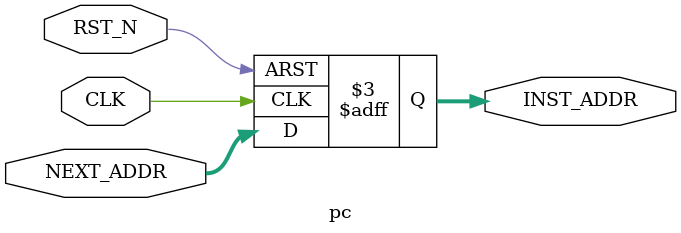
<source format=sv>
module pc (
  // inputs
  input  logic        CLK,
  input  logic        RST_N,
  input  logic [63:0] NEXT_ADDR, 
  // outputs
  output logic [63:0] INST_ADDR
);
  // update instruction memory address
  always_ff @(posedge CLK, negedge RST_N) begin
    if (!RST_N) INST_ADDR <= 0;
    else        INST_ADDR <= NEXT_ADDR;
  end

endmodule
</source>
